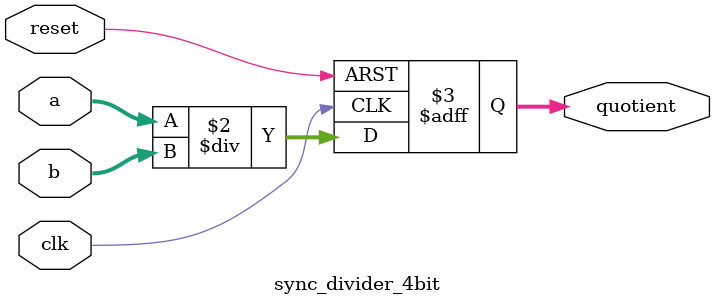
<source format=sv>
module sync_divider_4bit (
    input clk,
    input reset,
    input [3:0] a,
    input [3:0] b,
    output reg [3:0] quotient
);
    always @(posedge clk or posedge reset) begin
        if (reset)
            quotient <= 0;
        else
            quotient <= a / b;
    end
endmodule

</source>
